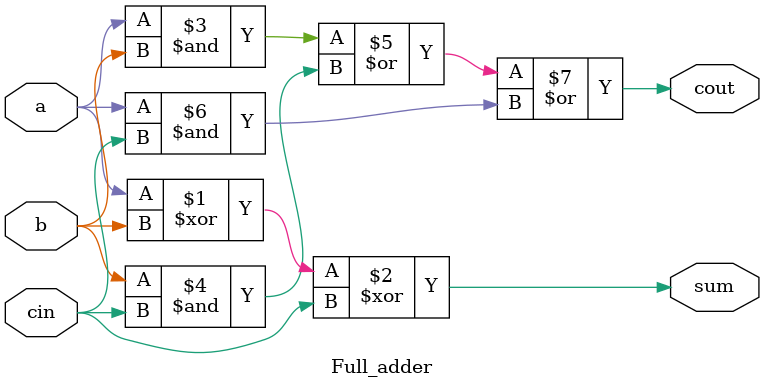
<source format=v>
`timescale 1ns / 1ps
module Full_adder(
    input a,b,cin,
    output sum,cout
    );
    assign sum = a^b^cin;
    assign cout = (a&b) | (b&cin) | (a&cin);
endmodule


</source>
